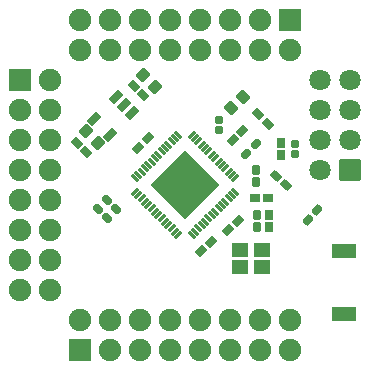
<source format=gts>
G04 Layer: TopSolderMaskLayer*
G04 EasyEDA Pro v2.2.39.2, 2025-05-28 23:54:08*
G04 Gerber Generator version 0.3*
G04 Scale: 100 percent, Rotated: No, Reflected: No*
G04 Dimensions in millimeters*
G04 Leading zeros omitted, absolute positions, 4 integers and 5 decimals*
G04 Generated by one-click*
%FSLAX45Y45*%
%MOMM*%
%AMRoundRect*1,1,$1,$2,$3*1,1,$1,$4,$5*1,1,$1,0-$2,0-$3*1,1,$1,0-$4,0-$5*20,1,$1,$2,$3,$4,$5,0*20,1,$1,$4,$5,0-$2,0-$3,0*20,1,$1,0-$2,0-$3,0-$4,0-$5,0*20,1,$1,0-$4,0-$5,$2,$3,0*4,1,4,$2,$3,$4,$5,0-$2,0-$3,0-$4,0-$5,$2,$3,0*%
%ADD10RoundRect,0.08771X-0.48008X-0.08842X0.08842X0.48008*%
%ADD11RoundRect,0.08771X-0.27695X-0.40199X-0.27695X0.40199*%
%ADD12RoundRect,0.08771X0.08842X-0.48008X-0.48008X0.08842*%
%ADD13RoundRect,0.08771X-0.40199X0.27695X0.40199X0.27695*%
%ADD14RoundRect,0.08771X0.12992X-0.47055X-0.48596X0.04624*%
%ADD15RoundRect,0.25388X0.08842X-0.36258X-0.36258X0.08842*%
%ADD16RoundRect,0.3665X-0.13847X-0.26352X-0.13847X0.26352*%
%ADD17RoundRect,0.36466X-0.13847X-0.26352X-0.13847X0.26352*%
%ADD18RoundRect,0.36466X-0.28425X-0.08842X0.08842X0.28425*%
%ADD19RoundRect,0.36466X-0.27546X-0.11286X0.06331X0.29088*%
%ADD20RoundRect,0.08906X-0.57483X-0.14142X0.14142X0.57483*%
%ADD21RoundRect,0.09336X-1.00432X-0.50432X-1.00432X0.50432*%
%ADD22RoundRect,0.076X-0.32393X-0.1644X0.1644X0.32393*%
%ADD23RoundRect,0.076X-0.32393X0.1644X-0.1644X0.32393*%
%ADD24RoundRect,0.09914X-2.83016X0.0X0.0X2.83016*%
%ADD25RoundRect,0.09402X-0.60399X0.55399X0.60399X0.55399*%
%ADD26RoundRect,0.25388X-0.19386X-0.20669X-0.19386X0.20669*%
%ADD27C,1.902*%
%ADD28RoundRect,0.09681X-0.90259X0.90259X0.90259X0.90259*%
%ADD29RoundRect,0.09681X-0.90259X-0.90259X-0.90259X0.90259*%
%ADD30RoundRect,0.09654X-0.85273X-0.85273X-0.85273X0.85273*%
%ADD31C,1.802*%
%ADD32RoundRect,0.09164X-0.03536X-0.60837X-0.60837X-0.03536*%
%ADD33RoundRect,0.09164X-0.60837X0.03536X-0.03536X0.60837*%
G75*


G04 Pad Start*
G54D10*
G01X369536Y-380324D03*
G01X446623Y-303238D03*
G54D11*
G01X712879Y-358190D03*
G01X712879Y-249173D03*
G54D12*
G01X-355090Y758767D03*
G01X-432177Y835854D03*
G01X-836471Y278156D03*
G01X-913557Y355243D03*
G54D13*
G01X594871Y-113181D03*
G01X703888Y-113181D03*
G54D10*
G01X218023Y-481038D03*
G01X140936Y-558124D03*
G01X-315377Y395262D03*
G01X-392464Y318176D03*
G01X484723Y458762D03*
G01X407636Y381676D03*
G54D12*
G01X623536Y598462D03*
G01X700623Y521376D03*
G54D14*
G01X772724Y74256D03*
G01X856235Y4182D03*
G54D15*
G01X-582077Y-202524D03*
G01X-659164Y-125438D03*
G01X-658277Y-278724D03*
G01X-735364Y-201638D03*
G54D17*
G01X611279Y-358190D03*
G01X611279Y-249173D03*
G54D18*
G01X521936Y267376D03*
G01X599023Y344462D03*
G54D19*
G01X1046142Y-294637D03*
G01X1116217Y-211125D03*
G54D17*
G01X598579Y22810D03*
G01X598579Y131827D03*
G54D20*
G01X-631972Y427264D03*
G01X-766316Y561609D03*
G01X-582455Y745471D03*
G01X-515282Y678299D03*
G01X-448110Y611126D03*
G54D21*
G01X1347879Y-1094383D03*
G01X1347879Y-554379D03*
G54D22*
G01X426481Y58215D03*
G01X398194Y86503D03*
G01X369906Y114791D03*
G01X341636Y143061D03*
G01X313348Y171349D03*
G01X285060Y199636D03*
G01X256773Y227924D03*
G01X228485Y256212D03*
G01X200215Y284482D03*
G01X171927Y312770D03*
G01X143639Y341057D03*
G01X115352Y369345D03*
G01X87064Y397633D03*
G01X58794Y425903D03*
G54D23*
G01X-55435Y425903D03*
G01X-83705Y397633D03*
G01X-111993Y369345D03*
G01X-140280Y341057D03*
G01X-168568Y312770D03*
G01X-196856Y284482D03*
G01X-225126Y256212D03*
G01X-253414Y227924D03*
G01X-281701Y199636D03*
G01X-309989Y171349D03*
G01X-338277Y143061D03*
G01X-366547Y114791D03*
G01X-394835Y86503D03*
G01X-423123Y58215D03*
G54D22*
G01X-423105Y-55996D03*
G01X-394835Y-84266D03*
G01X-366547Y-112553D03*
G01X-338259Y-140841D03*
G01X-309971Y-169129D03*
G01X-281683Y-197417D03*
G01X-253414Y-225686D03*
G01X-225126Y-253974D03*
G01X-196838Y-282262D03*
G01X-168550Y-310550D03*
G01X-140262Y-338838D03*
G01X-111993Y-367107D03*
G01X-83705Y-395395D03*
G01X-55417Y-423683D03*
G54D23*
G01X58776Y-423683D03*
G01X87064Y-395395D03*
G01X115352Y-367107D03*
G01X143621Y-338838D03*
G01X171909Y-310550D03*
G01X200197Y-282262D03*
G01X228485Y-253974D03*
G01X256773Y-225686D03*
G01X285042Y-197417D03*
G01X313330Y-169129D03*
G01X341618Y-140841D03*
G01X369906Y-112553D03*
G01X398194Y-84266D03*
G01X426463Y-55996D03*
G54D24*
G01X1679Y1101D03*
G54D25*
G01X655475Y-546175D03*
G01X465483Y-546175D03*
G01X465483Y-696187D03*
G01X655475Y-696187D03*
G54D11*
G01X814479Y251410D03*
G01X814479Y360427D03*
G54D26*
G01X928779Y349200D03*
G01X928779Y262637D03*
G01X292100Y551282D03*
G01X292100Y464718D03*
G54D27*
G01X-887321Y1144119D03*
G01X-887321Y1398119D03*
G01X-633321Y1144119D03*
G01X-633321Y1398119D03*
G01X-379321Y1144119D03*
G01X-379321Y1398119D03*
G01X-125321Y1144119D03*
G01X-125321Y1398119D03*
G01X128679Y1144119D03*
G01X128679Y1398119D03*
G01X382679Y1144119D03*
G01X382679Y1398119D03*
G01X636679Y1144119D03*
G01X636679Y1398119D03*
G01X890679Y1144119D03*
G54D28*
G01X890679Y1398119D03*
G54D27*
G01X-1141321Y-887881D03*
G01X-1395321Y-887881D03*
G01X-1141321Y-633881D03*
G01X-1395321Y-633881D03*
G01X-1141321Y-379881D03*
G01X-1395321Y-379881D03*
G01X-1141321Y-125881D03*
G01X-1395321Y-125881D03*
G01X-1141321Y128119D03*
G01X-1395321Y128119D03*
G01X-1141321Y382119D03*
G01X-1395321Y382119D03*
G01X-1141321Y636119D03*
G01X-1395321Y636119D03*
G01X-1141321Y890119D03*
G54D29*
G01X-1395321Y890119D03*
G54D27*
G01X890679Y-1141881D03*
G01X890679Y-1395881D03*
G01X636679Y-1141881D03*
G01X636679Y-1395881D03*
G01X382679Y-1141881D03*
G01X382679Y-1395881D03*
G01X128679Y-1141881D03*
G01X128679Y-1395881D03*
G01X-125321Y-1141881D03*
G01X-125321Y-1395881D03*
G01X-379321Y-1141881D03*
G01X-379321Y-1395881D03*
G01X-633321Y-1141881D03*
G01X-633321Y-1395881D03*
G01X-887321Y-1141881D03*
G54D28*
G01X-887321Y-1395881D03*
G54D30*
G01X1398679Y128119D03*
G54D31*
G01X1144679Y128119D03*
G01X1398679Y382119D03*
G01X1144679Y382119D03*
G01X1398679Y636119D03*
G01X1144679Y636119D03*
G01X1398679Y890119D03*
G01X1144679Y890119D03*
G54D32*
G01X-254658Y834515D03*
G01X-353656Y933514D03*
G01X-734420Y357526D03*
G01X-833419Y456524D03*
G54D33*
G01X493999Y747999D03*
G01X395001Y649001D03*
G04 Pad End*

M02*


</source>
